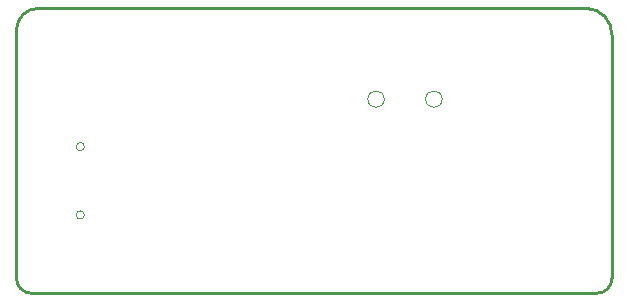
<source format=gm1>
G04*
G04 #@! TF.GenerationSoftware,Altium Limited,Altium Designer,20.0.13 (296)*
G04*
G04 Layer_Color=16711935*
%FSLAX25Y25*%
%MOIN*%
G70*
G01*
G75*
%ADD12C,0.01000*%
%ADD59C,0.00100*%
D12*
X12000Y1000D02*
G03*
X4500Y-6000I-250J-7250D01*
G01*
X203000Y-8000D02*
G03*
X194500Y1000I-8750J250D01*
G01*
X4500Y-89000D02*
G03*
X9500Y-94000I5000J0D01*
G01*
X198000D02*
G03*
X203000Y-89000I0J5000D01*
G01*
X41479Y1000D02*
X61186D01*
X146763D02*
X194500D01*
X12000D02*
X41479D01*
X4500Y-89000D02*
Y-6000D01*
X9500Y-94000D02*
X198000D01*
X203000Y-89000D02*
Y-8000D01*
X61186Y1000D02*
X146763D01*
D59*
X146402Y-29288D02*
G03*
X146402Y-29288I-2756J0D01*
G01*
X127110D02*
G03*
X127110Y-29288I-2756J0D01*
G01*
X27145Y-45122D02*
G03*
X27145Y-45122I-1378J0D01*
G01*
Y-67878D02*
G03*
X27145Y-67878I-1378J0D01*
G01*
M02*

</source>
